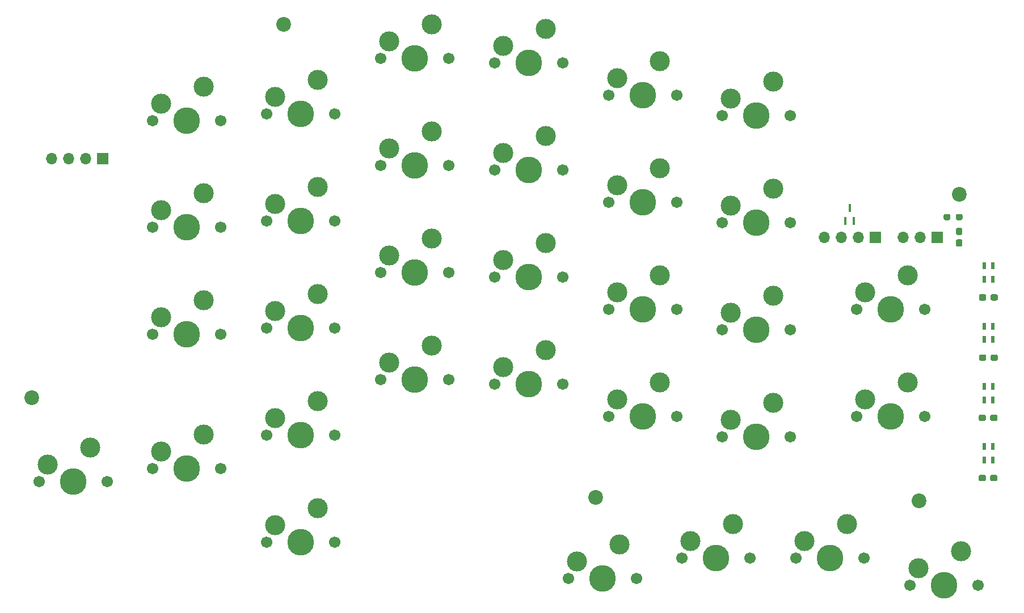
<source format=gbr>
G04 #@! TF.GenerationSoftware,KiCad,Pcbnew,(5.1.7)-1*
G04 #@! TF.CreationDate,2020-12-30T19:43:11-05:00*
G04 #@! TF.ProjectId,snowflake,736e6f77-666c-4616-9b65-2e6b69636164,rev?*
G04 #@! TF.SameCoordinates,Original*
G04 #@! TF.FileFunction,Soldermask,Top*
G04 #@! TF.FilePolarity,Negative*
%FSLAX46Y46*%
G04 Gerber Fmt 4.6, Leading zero omitted, Abs format (unit mm)*
G04 Created by KiCad (PCBNEW (5.1.7)-1) date 2020-12-30 19:43:11*
%MOMM*%
%LPD*%
G01*
G04 APERTURE LIST*
%ADD10R,0.355600X1.168400*%
%ADD11C,2.200000*%
%ADD12C,1.701800*%
%ADD13C,3.987800*%
%ADD14C,3.000000*%
%ADD15O,1.700000X1.700000*%
%ADD16R,1.700000X1.700000*%
%ADD17R,0.600000X1.000000*%
G04 APERTURE END LIST*
G36*
G01*
X224362500Y-89025000D02*
X224837500Y-89025000D01*
G75*
G02*
X225075000Y-89262500I0J-237500D01*
G01*
X225075000Y-89862500D01*
G75*
G02*
X224837500Y-90100000I-237500J0D01*
G01*
X224362500Y-90100000D01*
G75*
G02*
X224125000Y-89862500I0J237500D01*
G01*
X224125000Y-89262500D01*
G75*
G02*
X224362500Y-89025000I237500J0D01*
G01*
G37*
G36*
G01*
X224362500Y-87300000D02*
X224837500Y-87300000D01*
G75*
G02*
X225075000Y-87537500I0J-237500D01*
G01*
X225075000Y-88137500D01*
G75*
G02*
X224837500Y-88375000I-237500J0D01*
G01*
X224362500Y-88375000D01*
G75*
G02*
X224125000Y-88137500I0J237500D01*
G01*
X224125000Y-87537500D01*
G75*
G02*
X224362500Y-87300000I237500J0D01*
G01*
G37*
D10*
X208249999Y-84334800D03*
X208899998Y-86265200D03*
X207600000Y-86265200D03*
D11*
X170400000Y-127600000D03*
X218600000Y-128100000D03*
X86200000Y-112700000D03*
X123800000Y-56900000D03*
X224600000Y-82300000D03*
G36*
G01*
X223275000Y-85462500D02*
X223275000Y-85937500D01*
G75*
G02*
X223037500Y-86175000I-237500J0D01*
G01*
X222537500Y-86175000D01*
G75*
G02*
X222300000Y-85937500I0J237500D01*
G01*
X222300000Y-85462500D01*
G75*
G02*
X222537500Y-85225000I237500J0D01*
G01*
X223037500Y-85225000D01*
G75*
G02*
X223275000Y-85462500I0J-237500D01*
G01*
G37*
G36*
G01*
X225100000Y-85462500D02*
X225100000Y-85937500D01*
G75*
G02*
X224862500Y-86175000I-237500J0D01*
G01*
X224362500Y-86175000D01*
G75*
G02*
X224125000Y-85937500I0J237500D01*
G01*
X224125000Y-85462500D01*
G75*
G02*
X224362500Y-85225000I237500J0D01*
G01*
X224862500Y-85225000D01*
G75*
G02*
X225100000Y-85462500I0J-237500D01*
G01*
G37*
D12*
X217270000Y-140690000D03*
X227430000Y-140690000D03*
D13*
X222350000Y-140690000D03*
D14*
X218540000Y-138150000D03*
X224890000Y-135610000D03*
D12*
X200270000Y-136690000D03*
X210430000Y-136690000D03*
D13*
X205350000Y-136690000D03*
D14*
X201540000Y-134150000D03*
X207890000Y-131610000D03*
D12*
X183270000Y-136690000D03*
X193430000Y-136690000D03*
D13*
X188350000Y-136690000D03*
D14*
X184540000Y-134150000D03*
X190890000Y-131610000D03*
D12*
X166270000Y-139690000D03*
X176430000Y-139690000D03*
D13*
X171350000Y-139690000D03*
D14*
X167540000Y-137150000D03*
X173890000Y-134610000D03*
D12*
X121270000Y-134250000D03*
X131430000Y-134250000D03*
D13*
X126350000Y-134250000D03*
D14*
X122540000Y-131710000D03*
X128890000Y-129170000D03*
D12*
X209270000Y-115520000D03*
X219430000Y-115520000D03*
D13*
X214350000Y-115520000D03*
D14*
X210540000Y-112980000D03*
X216890000Y-110440000D03*
D12*
X189270000Y-118520000D03*
X199430000Y-118520000D03*
D13*
X194350000Y-118520000D03*
D14*
X190540000Y-115980000D03*
X196890000Y-113440000D03*
D12*
X172270000Y-115520000D03*
X182430000Y-115520000D03*
D13*
X177350000Y-115520000D03*
D14*
X173540000Y-112980000D03*
X179890000Y-110440000D03*
D12*
X155270000Y-110690000D03*
X165430000Y-110690000D03*
D13*
X160350000Y-110690000D03*
D14*
X156540000Y-108150000D03*
X162890000Y-105610000D03*
D12*
X138270000Y-109990000D03*
X148430000Y-109990000D03*
D13*
X143350000Y-109990000D03*
D14*
X139540000Y-107450000D03*
X145890000Y-104910000D03*
D12*
X121270000Y-118250000D03*
X131430000Y-118250000D03*
D13*
X126350000Y-118250000D03*
D14*
X122540000Y-115710000D03*
X128890000Y-113170000D03*
D12*
X104270000Y-123250000D03*
X114430000Y-123250000D03*
D13*
X109350000Y-123250000D03*
D14*
X105540000Y-120710000D03*
X111890000Y-118170000D03*
D12*
X87270000Y-125250000D03*
X97430000Y-125250000D03*
D13*
X92350000Y-125250000D03*
D14*
X88540000Y-122710000D03*
X94890000Y-120170000D03*
D12*
X209270000Y-99520000D03*
X219430000Y-99520000D03*
D13*
X214350000Y-99520000D03*
D14*
X210540000Y-96980000D03*
X216890000Y-94440000D03*
D12*
X189270000Y-102520000D03*
X199430000Y-102520000D03*
D13*
X194350000Y-102520000D03*
D14*
X190540000Y-99980000D03*
X196890000Y-97440000D03*
X179890000Y-94440000D03*
X173540000Y-96980000D03*
D13*
X177350000Y-99520000D03*
D12*
X182430000Y-99520000D03*
X172270000Y-99520000D03*
X155270000Y-94690000D03*
X165430000Y-94690000D03*
D13*
X160350000Y-94690000D03*
D14*
X156540000Y-92150000D03*
X162890000Y-89610000D03*
D12*
X138270000Y-93990000D03*
X148430000Y-93990000D03*
D13*
X143350000Y-93990000D03*
D14*
X139540000Y-91450000D03*
X145890000Y-88910000D03*
D12*
X121270000Y-102250000D03*
X131430000Y-102250000D03*
D13*
X126350000Y-102250000D03*
D14*
X122540000Y-99710000D03*
X128890000Y-97170000D03*
D12*
X104270000Y-103250000D03*
X114430000Y-103250000D03*
D13*
X109350000Y-103250000D03*
D14*
X105540000Y-100710000D03*
X111890000Y-98170000D03*
D12*
X189270000Y-86520000D03*
X199430000Y-86520000D03*
D13*
X194350000Y-86520000D03*
D14*
X190540000Y-83980000D03*
X196890000Y-81440000D03*
D12*
X172270000Y-83520000D03*
X182430000Y-83520000D03*
D13*
X177350000Y-83520000D03*
D14*
X173540000Y-80980000D03*
X179890000Y-78440000D03*
D12*
X155270000Y-78690000D03*
X165430000Y-78690000D03*
D13*
X160350000Y-78690000D03*
D14*
X156540000Y-76150000D03*
X162890000Y-73610000D03*
D12*
X138270000Y-77990000D03*
X148430000Y-77990000D03*
D13*
X143350000Y-77990000D03*
D14*
X139540000Y-75450000D03*
X145890000Y-72910000D03*
D12*
X121270000Y-86250000D03*
X131430000Y-86250000D03*
D13*
X126350000Y-86250000D03*
D14*
X122540000Y-83710000D03*
X128890000Y-81170000D03*
D12*
X104270000Y-87250000D03*
X114430000Y-87250000D03*
D13*
X109350000Y-87250000D03*
D14*
X105540000Y-84710000D03*
X111890000Y-82170000D03*
D12*
X189270000Y-70520000D03*
X199430000Y-70520000D03*
D13*
X194350000Y-70520000D03*
D14*
X190540000Y-67980000D03*
X196890000Y-65440000D03*
D12*
X172270000Y-67520000D03*
X182430000Y-67520000D03*
D13*
X177350000Y-67520000D03*
D14*
X173540000Y-64980000D03*
X179890000Y-62440000D03*
D12*
X155270000Y-62690000D03*
X165430000Y-62690000D03*
D13*
X160350000Y-62690000D03*
D14*
X156540000Y-60150000D03*
X162890000Y-57610000D03*
D12*
X138270000Y-61990000D03*
X148430000Y-61990000D03*
D13*
X143350000Y-61990000D03*
D14*
X139540000Y-59450000D03*
X145890000Y-56910000D03*
D12*
X121270000Y-70250000D03*
X131430000Y-70250000D03*
D13*
X126350000Y-70250000D03*
D14*
X122540000Y-67710000D03*
X128890000Y-65170000D03*
D12*
X104270000Y-71250000D03*
X114430000Y-71250000D03*
D13*
X109350000Y-71250000D03*
D14*
X105540000Y-68710000D03*
X111890000Y-66170000D03*
D15*
X204480000Y-88700000D03*
X207020000Y-88700000D03*
X209560000Y-88700000D03*
D16*
X212100000Y-88700000D03*
D15*
X216220000Y-88700000D03*
X218760000Y-88700000D03*
D16*
X221300000Y-88700000D03*
D15*
X89180000Y-77000000D03*
X91720000Y-77000000D03*
X94260000Y-77000000D03*
D16*
X96800000Y-77000000D03*
D17*
X228325000Y-122000000D03*
X229625000Y-122000000D03*
X228325000Y-120000000D03*
X229625000Y-120000000D03*
X228325000Y-113000000D03*
X229625000Y-113000000D03*
X228325000Y-111000000D03*
X229625000Y-111000000D03*
X228325000Y-104000000D03*
X229625000Y-104000000D03*
X228325000Y-102000000D03*
X229625000Y-102000000D03*
X228325000Y-95000000D03*
X229625000Y-95000000D03*
X228325000Y-93000000D03*
X229625000Y-93000000D03*
G36*
G01*
X229237500Y-124937500D02*
X229237500Y-124462500D01*
G75*
G02*
X229475000Y-124225000I237500J0D01*
G01*
X230075000Y-124225000D01*
G75*
G02*
X230312500Y-124462500I0J-237500D01*
G01*
X230312500Y-124937500D01*
G75*
G02*
X230075000Y-125175000I-237500J0D01*
G01*
X229475000Y-125175000D01*
G75*
G02*
X229237500Y-124937500I0J237500D01*
G01*
G37*
G36*
G01*
X227512500Y-124937500D02*
X227512500Y-124462500D01*
G75*
G02*
X227750000Y-124225000I237500J0D01*
G01*
X228350000Y-124225000D01*
G75*
G02*
X228587500Y-124462500I0J-237500D01*
G01*
X228587500Y-124937500D01*
G75*
G02*
X228350000Y-125175000I-237500J0D01*
G01*
X227750000Y-125175000D01*
G75*
G02*
X227512500Y-124937500I0J237500D01*
G01*
G37*
G36*
G01*
X229237500Y-115937500D02*
X229237500Y-115462500D01*
G75*
G02*
X229475000Y-115225000I237500J0D01*
G01*
X230075000Y-115225000D01*
G75*
G02*
X230312500Y-115462500I0J-237500D01*
G01*
X230312500Y-115937500D01*
G75*
G02*
X230075000Y-116175000I-237500J0D01*
G01*
X229475000Y-116175000D01*
G75*
G02*
X229237500Y-115937500I0J237500D01*
G01*
G37*
G36*
G01*
X227512500Y-115937500D02*
X227512500Y-115462500D01*
G75*
G02*
X227750000Y-115225000I237500J0D01*
G01*
X228350000Y-115225000D01*
G75*
G02*
X228587500Y-115462500I0J-237500D01*
G01*
X228587500Y-115937500D01*
G75*
G02*
X228350000Y-116175000I-237500J0D01*
G01*
X227750000Y-116175000D01*
G75*
G02*
X227512500Y-115937500I0J237500D01*
G01*
G37*
G36*
G01*
X229300000Y-106937500D02*
X229300000Y-106462500D01*
G75*
G02*
X229537500Y-106225000I237500J0D01*
G01*
X230137500Y-106225000D01*
G75*
G02*
X230375000Y-106462500I0J-237500D01*
G01*
X230375000Y-106937500D01*
G75*
G02*
X230137500Y-107175000I-237500J0D01*
G01*
X229537500Y-107175000D01*
G75*
G02*
X229300000Y-106937500I0J237500D01*
G01*
G37*
G36*
G01*
X227575000Y-106937500D02*
X227575000Y-106462500D01*
G75*
G02*
X227812500Y-106225000I237500J0D01*
G01*
X228412500Y-106225000D01*
G75*
G02*
X228650000Y-106462500I0J-237500D01*
G01*
X228650000Y-106937500D01*
G75*
G02*
X228412500Y-107175000I-237500J0D01*
G01*
X227812500Y-107175000D01*
G75*
G02*
X227575000Y-106937500I0J237500D01*
G01*
G37*
G36*
G01*
X229300000Y-97937500D02*
X229300000Y-97462500D01*
G75*
G02*
X229537500Y-97225000I237500J0D01*
G01*
X230137500Y-97225000D01*
G75*
G02*
X230375000Y-97462500I0J-237500D01*
G01*
X230375000Y-97937500D01*
G75*
G02*
X230137500Y-98175000I-237500J0D01*
G01*
X229537500Y-98175000D01*
G75*
G02*
X229300000Y-97937500I0J237500D01*
G01*
G37*
G36*
G01*
X227575000Y-97937500D02*
X227575000Y-97462500D01*
G75*
G02*
X227812500Y-97225000I237500J0D01*
G01*
X228412500Y-97225000D01*
G75*
G02*
X228650000Y-97462500I0J-237500D01*
G01*
X228650000Y-97937500D01*
G75*
G02*
X228412500Y-98175000I-237500J0D01*
G01*
X227812500Y-98175000D01*
G75*
G02*
X227575000Y-97937500I0J237500D01*
G01*
G37*
M02*

</source>
